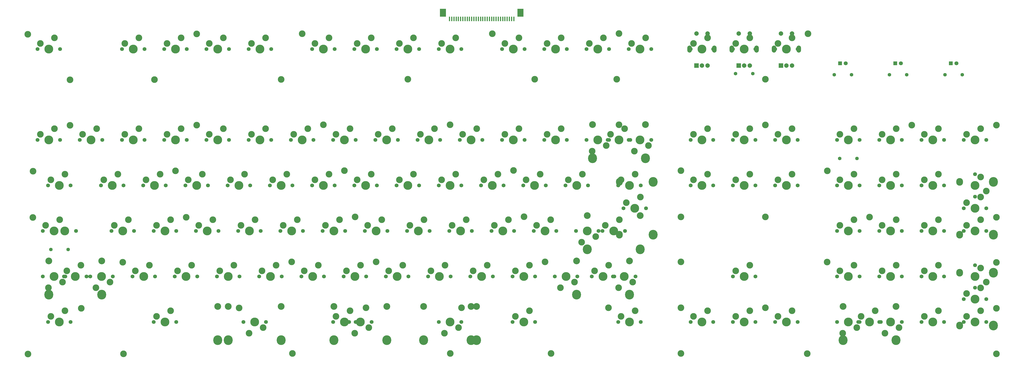
<source format=gts>
G04 #@! TF.GenerationSoftware,KiCad,Pcbnew,(6.0.1-0)*
G04 #@! TF.CreationDate,2023-03-21T08:52:12-07:00*
G04 #@! TF.ProjectId,pcb,7063622e-6b69-4636-9164-5f7063625858,rev?*
G04 #@! TF.SameCoordinates,Original*
G04 #@! TF.FileFunction,Soldermask,Top*
G04 #@! TF.FilePolarity,Negative*
%FSLAX46Y46*%
G04 Gerber Fmt 4.6, Leading zero omitted, Abs format (unit mm)*
G04 Created by KiCad (PCBNEW (6.0.1-0)) date 2023-03-21 08:52:12*
%MOMM*%
%LPD*%
G01*
G04 APERTURE LIST*
%ADD10C,3.987800*%
%ADD11C,1.750000*%
%ADD12C,3.000000*%
%ADD13C,1.600000*%
%ADD14R,1.800000X1.800000*%
%ADD15C,1.800000*%
%ADD16C,3.048000*%
%ADD17O,3.987800X4.387800*%
%ADD18O,2.000000X3.200000*%
%ADD19R,2.000000X2.000000*%
%ADD20C,2.000000*%
%ADD21O,3.048000X3.448000*%
%ADD22R,0.610000X2.000000*%
%ADD23R,2.680000X3.600000*%
G04 APERTURE END LIST*
D10*
X316706250Y-154200150D03*
D11*
X311626250Y-154200150D03*
D12*
X314166250Y-159280150D03*
D11*
X321786250Y-154200150D03*
D12*
X320516250Y-156740150D03*
D13*
X444150000Y-62992000D03*
X436350000Y-62992000D03*
D11*
X209867500Y-133640143D03*
D10*
X204787500Y-133640143D03*
D12*
X207327500Y-128560143D03*
D11*
X199707500Y-133640143D03*
D12*
X200977500Y-131100143D03*
X190500000Y-106330000D03*
X367023500Y-89980097D03*
D11*
X365753500Y-92520097D03*
X375913500Y-92520097D03*
D10*
X370833500Y-92520097D03*
D12*
X373373500Y-87440097D03*
X66680000Y-65300000D03*
D14*
X438975000Y-57900000D03*
D15*
X441515000Y-57900000D03*
D11*
X147320000Y-51400055D03*
D12*
X154940000Y-46320055D03*
D10*
X152400000Y-51400055D03*
D12*
X148590000Y-48860055D03*
D11*
X157480000Y-51400055D03*
D10*
X195262500Y-154200165D03*
D12*
X197802500Y-149120165D03*
D11*
X190182500Y-154200165D03*
X200342500Y-154200165D03*
D12*
X191452500Y-151660165D03*
D11*
X412737000Y-174760181D03*
X422897000Y-174760181D03*
D10*
X417817000Y-174760181D03*
D12*
X421627000Y-177300181D03*
X415277000Y-179840181D03*
X200190000Y-168330000D03*
D13*
X65876000Y-141986000D03*
X58076000Y-141986000D03*
D11*
X317023750Y-133640130D03*
D16*
X300005750Y-126655130D03*
D12*
X314483750Y-128560130D03*
D11*
X306863750Y-133640130D03*
D16*
X323881750Y-126655130D03*
D12*
X308133750Y-131100130D03*
D17*
X300005750Y-141895130D03*
D10*
X311943750Y-133640130D03*
D17*
X323881750Y-141895130D03*
D12*
X342260000Y-127280000D03*
X380360000Y-85690000D03*
D10*
X185737500Y-133640143D03*
D11*
X180657500Y-133640143D03*
D12*
X181927500Y-131100143D03*
D11*
X190817500Y-133640143D03*
D12*
X188277500Y-128560143D03*
D13*
X374733500Y-62484000D03*
X366933500Y-62484000D03*
D12*
X166690000Y-147640000D03*
D11*
X469887000Y-174760187D03*
D10*
X474967000Y-174760187D03*
D12*
X477507000Y-169680187D03*
D11*
X480047000Y-174760187D03*
D12*
X471157000Y-172220187D03*
D11*
X431787000Y-133640139D03*
D12*
X433057000Y-131100139D03*
D10*
X436867000Y-133640139D03*
D12*
X439407000Y-128560139D03*
D11*
X441947000Y-133640139D03*
D12*
X115252500Y-151660165D03*
D10*
X119062500Y-154200165D03*
D11*
X113982500Y-154200165D03*
D12*
X121602500Y-149120165D03*
D11*
X124142500Y-154200165D03*
D10*
X85725000Y-113080121D03*
D11*
X90805000Y-113080121D03*
D12*
X81915000Y-110540121D03*
D11*
X80645000Y-113080121D03*
D12*
X88265000Y-108000121D03*
X105727500Y-172220187D03*
D10*
X109537500Y-174760187D03*
D11*
X114617500Y-174760187D03*
D12*
X112077500Y-169680187D03*
D11*
X104457500Y-174760187D03*
D12*
X414007000Y-151660160D03*
X420357000Y-149120160D03*
D11*
X422897000Y-154200160D03*
D10*
X417817000Y-154200160D03*
D11*
X412737000Y-154200160D03*
X238442500Y-154200165D03*
X228282500Y-154200165D03*
D12*
X229552500Y-151660165D03*
X235902500Y-149120165D03*
D10*
X233362500Y-154200165D03*
D18*
X376433500Y-51400055D03*
X365233500Y-51400055D03*
D19*
X368333500Y-58900055D03*
D20*
X373333500Y-58900055D03*
X370833500Y-58900055D03*
X373333500Y-44400055D03*
X368333500Y-44400055D03*
D11*
X450837000Y-133640139D03*
D12*
X458457000Y-128560139D03*
D11*
X460997000Y-133640139D03*
D10*
X455917000Y-133640139D03*
D12*
X452107000Y-131100139D03*
X71596250Y-149120150D03*
D10*
X69056250Y-154200150D03*
D16*
X57118250Y-147215150D03*
D17*
X57118250Y-162455150D03*
D11*
X63976250Y-154200150D03*
X74136250Y-154200150D03*
D16*
X80994250Y-147215150D03*
D17*
X80994250Y-162455150D03*
D12*
X65246250Y-151660150D03*
X90870000Y-189180000D03*
X380360000Y-65090000D03*
X283700000Y-188980000D03*
D10*
X104775000Y-113080121D03*
D12*
X100965000Y-110540121D03*
X107315000Y-108000121D03*
D11*
X109855000Y-113080121D03*
X99695000Y-113080121D03*
D12*
X193040000Y-87440099D03*
X186690000Y-89980099D03*
D11*
X185420000Y-92520099D03*
X195580000Y-92520099D03*
D10*
X190500000Y-92520099D03*
D12*
X238210000Y-189010000D03*
D10*
X128587500Y-133640143D03*
D12*
X124777500Y-131100143D03*
D11*
X123507500Y-133640143D03*
X133667500Y-133640143D03*
D12*
X131127500Y-128560143D03*
X484610000Y-127460000D03*
D11*
X384803500Y-174760188D03*
X394963500Y-174760188D03*
D12*
X392423500Y-169680188D03*
D10*
X389883500Y-174760188D03*
D12*
X386073500Y-172220188D03*
X202565000Y-108000121D03*
D11*
X205105000Y-113080121D03*
D12*
X196215000Y-110540121D03*
D10*
X200025000Y-113080121D03*
D11*
X194945000Y-113080121D03*
D12*
X427350000Y-127400000D03*
X392423500Y-87440097D03*
D11*
X394963500Y-92520097D03*
D10*
X389883500Y-92520097D03*
D12*
X386073500Y-89980097D03*
D11*
X384803500Y-92520097D03*
D13*
X469210000Y-62992000D03*
X461410000Y-62992000D03*
D21*
X467982000Y-152542176D03*
D17*
X483222000Y-176418176D03*
X483222000Y-152542176D03*
D10*
X474967000Y-164480176D03*
D21*
X467982000Y-176418176D03*
D11*
X469887000Y-164480176D03*
D12*
X471157000Y-161940176D03*
X477507000Y-159400176D03*
D11*
X480047000Y-164480176D03*
D10*
X61912500Y-113080121D03*
D11*
X56832500Y-113080121D03*
D12*
X64452500Y-108000121D03*
X58102500Y-110540121D03*
D11*
X66992500Y-113080121D03*
D12*
X238130000Y-85660000D03*
D11*
X209232500Y-154200165D03*
D12*
X216852500Y-149120165D03*
D10*
X214312500Y-154200165D03*
D12*
X210502500Y-151660165D03*
D11*
X219392500Y-154200165D03*
D12*
X226377500Y-128560143D03*
D11*
X218757500Y-133640143D03*
X228917500Y-133640143D03*
D10*
X223837500Y-133640143D03*
D12*
X220027500Y-131100143D03*
X313320000Y-65040000D03*
X380360000Y-168380000D03*
X204800000Y-147580000D03*
X342260000Y-168330000D03*
X327660000Y-95060099D03*
D10*
X323850000Y-92520099D03*
D11*
X318770000Y-92520099D03*
X328930000Y-92520099D03*
D12*
X321310000Y-97600099D03*
D14*
X414065000Y-57880000D03*
D15*
X416605000Y-57880000D03*
D12*
X408280000Y-147700000D03*
D11*
X375913500Y-113080118D03*
X365753500Y-113080118D03*
D12*
X367023500Y-110540118D03*
D10*
X370833500Y-113080118D03*
D12*
X373373500Y-108000118D03*
X180980000Y-85670000D03*
D10*
X209550000Y-92520099D03*
D11*
X204470000Y-92520099D03*
D12*
X205740000Y-89980099D03*
X212090000Y-87440099D03*
D11*
X214630000Y-92520099D03*
D12*
X139065000Y-110540121D03*
D10*
X142875000Y-113080121D03*
D11*
X137795000Y-113080121D03*
D12*
X145415000Y-108000121D03*
D11*
X147955000Y-113080121D03*
D12*
X161970000Y-65120000D03*
X186690000Y-172220170D03*
X193040000Y-169680170D03*
D16*
X133350000Y-167775170D03*
D17*
X133350000Y-183015170D03*
D10*
X190500000Y-174760170D03*
D11*
X185420000Y-174760170D03*
X195580000Y-174760170D03*
D17*
X247650000Y-183015170D03*
D16*
X247650000Y-167775170D03*
D10*
X351783500Y-51400055D03*
D12*
X354323500Y-46320055D03*
D11*
X356863500Y-51400055D03*
D12*
X347973500Y-48860055D03*
D11*
X346703500Y-51400055D03*
X300355000Y-113080121D03*
X290195000Y-113080121D03*
D12*
X291465000Y-110540121D03*
D10*
X295275000Y-113080121D03*
D12*
X297815000Y-108000121D03*
D11*
X314007500Y-174760187D03*
D12*
X321627500Y-169680187D03*
D10*
X319087500Y-174760187D03*
D11*
X324167500Y-174760187D03*
D12*
X315277500Y-172220187D03*
D11*
X138430000Y-51400055D03*
D12*
X129540000Y-48860055D03*
D10*
X133350000Y-51400055D03*
D12*
X135890000Y-46320055D03*
D11*
X128270000Y-51400055D03*
D12*
X269240000Y-87440099D03*
X262890000Y-89980099D03*
D11*
X261620000Y-92520099D03*
D10*
X266700000Y-92520099D03*
D11*
X271780000Y-92520099D03*
D12*
X484610000Y-189200000D03*
X171460000Y-44480000D03*
D11*
X375913500Y-154200167D03*
D10*
X370833500Y-154200167D03*
D12*
X373373500Y-149120167D03*
D11*
X365753500Y-154200167D03*
D12*
X367023500Y-151660167D03*
D11*
X266382500Y-174760187D03*
D12*
X267652500Y-172220187D03*
D11*
X276542500Y-174760187D03*
D12*
X274002500Y-169680187D03*
D10*
X271462500Y-174760187D03*
D12*
X297497500Y-138720143D03*
D11*
X294957500Y-133640143D03*
D10*
X300037500Y-133640143D03*
D12*
X303847500Y-136180143D03*
D11*
X305117500Y-133640143D03*
X171767500Y-133640143D03*
D10*
X166687500Y-133640143D03*
D12*
X169227500Y-128560143D03*
X162877500Y-131100143D03*
D11*
X161607500Y-133640143D03*
D12*
X119070000Y-127420000D03*
X114310000Y-106470000D03*
X414007000Y-110540118D03*
D11*
X422897000Y-113080118D03*
D12*
X420357000Y-108000118D03*
D10*
X417817000Y-113080118D03*
D11*
X412737000Y-113080118D03*
D10*
X123825000Y-113080121D03*
D12*
X126365000Y-108000121D03*
D11*
X128905000Y-113080121D03*
D12*
X120015000Y-110540121D03*
D11*
X118745000Y-113080121D03*
D12*
X452107000Y-89980097D03*
D11*
X450837000Y-92520097D03*
D10*
X455917000Y-92520097D03*
D12*
X458457000Y-87440097D03*
D11*
X460997000Y-92520097D03*
X299720000Y-51400055D03*
D10*
X304800000Y-51400055D03*
D12*
X307340000Y-46320055D03*
D11*
X309880000Y-51400055D03*
D12*
X300990000Y-48860055D03*
X281940000Y-48860055D03*
D10*
X285750000Y-51400055D03*
D11*
X280670000Y-51400055D03*
D12*
X288290000Y-46320055D03*
D11*
X290830000Y-51400055D03*
X474967000Y-149120160D03*
D12*
X477507000Y-150390160D03*
D10*
X474967000Y-154200160D03*
D11*
X474967000Y-159280160D03*
D12*
X480047000Y-156740160D03*
D17*
X138080750Y-183015170D03*
D12*
X153828750Y-177300170D03*
D11*
X155098750Y-174760170D03*
D17*
X161956750Y-183015170D03*
D16*
X161956750Y-167775170D03*
X138080750Y-167775170D03*
D11*
X144938750Y-174760170D03*
D10*
X150018750Y-174760170D03*
D12*
X147478750Y-179840170D03*
X446390000Y-85800000D03*
D14*
X464035000Y-57900000D03*
D15*
X466575000Y-57900000D03*
D12*
X47620000Y-44730000D03*
D11*
X194945000Y-51400055D03*
D10*
X200025000Y-51400055D03*
D12*
X196215000Y-48860055D03*
X202565000Y-46320055D03*
D11*
X205105000Y-51400055D03*
X138430000Y-92520099D03*
D10*
X133350000Y-92520099D03*
D12*
X129540000Y-89980099D03*
D11*
X128270000Y-92520099D03*
D12*
X135890000Y-87440099D03*
X314350000Y-44430000D03*
D11*
X450837000Y-113080118D03*
D12*
X458457000Y-108000118D03*
D10*
X455917000Y-113080118D03*
D12*
X452107000Y-110540118D03*
D11*
X460997000Y-113080118D03*
D10*
X228600000Y-92520099D03*
D12*
X224790000Y-89980099D03*
X231140000Y-87440099D03*
D11*
X233680000Y-92520099D03*
X223520000Y-92520099D03*
D12*
X90490000Y-147810000D03*
D21*
X467982000Y-111422132D03*
D11*
X480047000Y-123360132D03*
D17*
X483222000Y-135298132D03*
D11*
X469887000Y-123360132D03*
D12*
X477507000Y-118280132D03*
X471157000Y-120820132D03*
D10*
X474967000Y-123360132D03*
D17*
X483222000Y-111422132D03*
D21*
X467982000Y-135298132D03*
D12*
X414007000Y-131100139D03*
X420357000Y-128560139D03*
D11*
X412737000Y-133640139D03*
D10*
X417817000Y-133640139D03*
D11*
X422897000Y-133640139D03*
X267017500Y-133640143D03*
D12*
X258127500Y-131100143D03*
X264477500Y-128560143D03*
D10*
X261937500Y-133640143D03*
D11*
X256857500Y-133640143D03*
D12*
X303371250Y-151660150D03*
D16*
X319119250Y-147215150D03*
D10*
X307181250Y-154200150D03*
D17*
X295243250Y-162455150D03*
X319119250Y-162455150D03*
D11*
X302101250Y-154200150D03*
D12*
X309721250Y-149120150D03*
D16*
X295243250Y-147215150D03*
D11*
X312261250Y-154200150D03*
D12*
X84772500Y-156740165D03*
D11*
X86042500Y-154200165D03*
D12*
X78422500Y-159280165D03*
D11*
X75882500Y-154200165D03*
D10*
X80962500Y-154200165D03*
D12*
X484610000Y-147830000D03*
D11*
X356863500Y-92520097D03*
D12*
X347973500Y-89980097D03*
X354323500Y-87440097D03*
D11*
X346703500Y-92520097D03*
D10*
X351783500Y-92520097D03*
D12*
X215265000Y-48860055D03*
X221615000Y-46320055D03*
D11*
X213995000Y-51400055D03*
D10*
X219075000Y-51400055D03*
D11*
X224155000Y-51400055D03*
D17*
X185705750Y-183015170D03*
D11*
X192563750Y-174760170D03*
D12*
X195103750Y-179840170D03*
D16*
X185705750Y-167775170D03*
D17*
X209581750Y-183015170D03*
D12*
X201453750Y-177300170D03*
D11*
X202723750Y-174760170D03*
D10*
X197643750Y-174760170D03*
D16*
X209581750Y-167775170D03*
D12*
X123820000Y-44560000D03*
X440677000Y-177300181D03*
X434327000Y-179840181D03*
D11*
X431787000Y-174760181D03*
D10*
X436867000Y-174760181D03*
D11*
X441947000Y-174760181D03*
D13*
X421717000Y-100838000D03*
X413917000Y-100838000D03*
D12*
X399300000Y-189070000D03*
D10*
X290512500Y-154200150D03*
D12*
X294322500Y-156740150D03*
D11*
X295592500Y-154200150D03*
X285432500Y-154200150D03*
D12*
X287972500Y-159280150D03*
X97790000Y-46320055D03*
D11*
X100330000Y-51400055D03*
X90170000Y-51400055D03*
D10*
X95250000Y-51400055D03*
D12*
X91440000Y-48860055D03*
X47730000Y-189240000D03*
D11*
X162242500Y-154200165D03*
D12*
X159702500Y-149120165D03*
D10*
X157162500Y-154200165D03*
D11*
X152082500Y-154200165D03*
D12*
X153352500Y-151660165D03*
D18*
X346183500Y-51400055D03*
X357383500Y-51400055D03*
D19*
X349283500Y-58900055D03*
D20*
X354283500Y-58900055D03*
X351783500Y-58900055D03*
X354283500Y-44400055D03*
X349283500Y-44400055D03*
D22*
X266912500Y-37780035D03*
X265912500Y-37780035D03*
X264912500Y-37780035D03*
X263912500Y-37780035D03*
X262912500Y-37780035D03*
X261912500Y-37780035D03*
X260912500Y-37780035D03*
X259912500Y-37780035D03*
X258912500Y-37780035D03*
X257912500Y-37780035D03*
X256912500Y-37780035D03*
X255912500Y-37780035D03*
X254912500Y-37780035D03*
X253912500Y-37780035D03*
X252912500Y-37780035D03*
X251912500Y-37780035D03*
X250912500Y-37780035D03*
X249912500Y-37780035D03*
X248912500Y-37780035D03*
X247912500Y-37780035D03*
X246912500Y-37780035D03*
X245912500Y-37780035D03*
X244912500Y-37780035D03*
X243912500Y-37780035D03*
X242912500Y-37780035D03*
X241912500Y-37780035D03*
X240912500Y-37780035D03*
X239912500Y-37780035D03*
X238912500Y-37780035D03*
X237912500Y-37780035D03*
D23*
X234922500Y-34980035D03*
X269902500Y-34980035D03*
D12*
X142960000Y-168420000D03*
D13*
X419240000Y-62992000D03*
X411440000Y-62992000D03*
D11*
X480047000Y-133640139D03*
D12*
X477507000Y-128560139D03*
D11*
X469887000Y-133640139D03*
D12*
X471157000Y-131100139D03*
D10*
X474967000Y-133640139D03*
D12*
X342260000Y-188990000D03*
X281010000Y-147630000D03*
D10*
X238125000Y-113080121D03*
D12*
X234315000Y-110540121D03*
D11*
X233045000Y-113080121D03*
D12*
X240665000Y-108000121D03*
D11*
X243205000Y-113080121D03*
D12*
X63341250Y-156740165D03*
D11*
X54451250Y-154200165D03*
D10*
X59531250Y-154200165D03*
D11*
X64611250Y-154200165D03*
D12*
X56991250Y-159280165D03*
D11*
X109220000Y-51400055D03*
D10*
X114300000Y-51400055D03*
D12*
X110490000Y-48860055D03*
D11*
X119380000Y-51400055D03*
D12*
X116840000Y-46320055D03*
D11*
X157480000Y-92520099D03*
D10*
X152400000Y-92520099D03*
D11*
X147320000Y-92520099D03*
D12*
X154940000Y-87440099D03*
X148590000Y-89980099D03*
X49990000Y-106590000D03*
D10*
X389883500Y-51400055D03*
D11*
X384803500Y-51400055D03*
D12*
X386073500Y-48860055D03*
X392423500Y-46320055D03*
D11*
X394963500Y-51400055D03*
D16*
X250063000Y-167775170D03*
D11*
X243205000Y-174760170D03*
D16*
X226187000Y-167775170D03*
D12*
X235585000Y-179840170D03*
D11*
X233045000Y-174760170D03*
D10*
X238125000Y-174760170D03*
D12*
X241935000Y-177300170D03*
D17*
X250063000Y-183015170D03*
X226187000Y-183015170D03*
D11*
X119380000Y-92520099D03*
D10*
X114300000Y-92520099D03*
D12*
X110490000Y-89980099D03*
X116840000Y-87440099D03*
D11*
X109220000Y-92520099D03*
D12*
X484610000Y-85840000D03*
X240665000Y-46320055D03*
D11*
X243205000Y-51400055D03*
X233045000Y-51400055D03*
D12*
X234315000Y-48860055D03*
D10*
X238125000Y-51400055D03*
X436867000Y-92520097D03*
D12*
X439407000Y-87440097D03*
D11*
X441947000Y-92520097D03*
X431787000Y-92520097D03*
D12*
X433057000Y-89980097D03*
D11*
X290830000Y-92520099D03*
D12*
X281940000Y-89980099D03*
D10*
X285750000Y-92520099D03*
D12*
X288290000Y-87440099D03*
D11*
X280670000Y-92520099D03*
D12*
X399630000Y-44480000D03*
D11*
X394963500Y-113080118D03*
D10*
X389883500Y-113080118D03*
D12*
X392423500Y-108000118D03*
D11*
X384803500Y-113080118D03*
D12*
X386073500Y-110540118D03*
X309580000Y-168330000D03*
D11*
X104457500Y-133640143D03*
D12*
X105727500Y-131100143D03*
D10*
X109537500Y-133640143D03*
D12*
X112077500Y-128560143D03*
D11*
X114617500Y-133640143D03*
D12*
X123830000Y-85790000D03*
X408300000Y-106420000D03*
D11*
X271145000Y-113080121D03*
D12*
X278765000Y-108000121D03*
D10*
X276225000Y-113080121D03*
D12*
X272415000Y-110540121D03*
D11*
X281305000Y-113080121D03*
X441947000Y-113080118D03*
X431787000Y-113080118D03*
D12*
X439407000Y-108000118D03*
X433057000Y-110540118D03*
D10*
X436867000Y-113080118D03*
X455917000Y-154200160D03*
D11*
X460997000Y-154200160D03*
D12*
X452107000Y-151660160D03*
D11*
X450837000Y-154200160D03*
D12*
X458457000Y-149120160D03*
D11*
X52070000Y-92520097D03*
D12*
X59690000Y-87440097D03*
D10*
X57150000Y-92520097D03*
D12*
X53340000Y-89980097D03*
D11*
X62230000Y-92520097D03*
D10*
X351783500Y-113080118D03*
D11*
X356863500Y-113080118D03*
D12*
X347973500Y-110540118D03*
X354323500Y-108000118D03*
D11*
X346703500Y-113080118D03*
D12*
X423532000Y-172220181D03*
D11*
X422262000Y-174760181D03*
D16*
X439280000Y-167775181D03*
X415404000Y-167775181D03*
D12*
X429882000Y-169680181D03*
D10*
X427342000Y-174760181D03*
D17*
X439280000Y-183015181D03*
D11*
X432422000Y-174760181D03*
D17*
X415404000Y-183015181D03*
D11*
X441947000Y-154200160D03*
X431787000Y-154200160D03*
D12*
X439407000Y-149120160D03*
D10*
X436867000Y-154200160D03*
D12*
X433057000Y-151660160D03*
X96202500Y-151660165D03*
D11*
X105092500Y-154200165D03*
D12*
X102552500Y-149120165D03*
D10*
X100012500Y-154200165D03*
D11*
X94932500Y-154200165D03*
D12*
X150177500Y-128560143D03*
D11*
X152717500Y-133640143D03*
X142557500Y-133640143D03*
D10*
X147637500Y-133640143D03*
D12*
X143827500Y-131100143D03*
D11*
X356863500Y-174760188D03*
X346703500Y-174760188D03*
D12*
X354323500Y-169680188D03*
X347973500Y-172220188D03*
D10*
X351783500Y-174760188D03*
X474967000Y-113080110D03*
D11*
X474967000Y-118160110D03*
D12*
X480047000Y-115620110D03*
X477507000Y-109270110D03*
D11*
X474967000Y-108000110D03*
D10*
X370833500Y-174760188D03*
D11*
X365753500Y-174760188D03*
X375913500Y-174760188D03*
D12*
X373373500Y-169680188D03*
X367023500Y-172220188D03*
D11*
X175895000Y-113080121D03*
D12*
X183515000Y-108000121D03*
D10*
X180975000Y-113080121D03*
D12*
X177165000Y-110540121D03*
D11*
X186055000Y-113080121D03*
D12*
X219120000Y-65050000D03*
D11*
X309880000Y-92520090D03*
D10*
X304800000Y-92520090D03*
D11*
X299720000Y-92520090D03*
D12*
X302260000Y-97600090D03*
X308610000Y-95060090D03*
X342260000Y-147600000D03*
D18*
X384283500Y-51400055D03*
X395483500Y-51400055D03*
D19*
X387383500Y-58900055D03*
D20*
X392383500Y-58900055D03*
X389883500Y-58900055D03*
X392383500Y-44400055D03*
X387383500Y-44400055D03*
D11*
X257492500Y-154200165D03*
D10*
X252412500Y-154200165D03*
D12*
X248602500Y-151660165D03*
X254952500Y-149120165D03*
D11*
X247332500Y-154200165D03*
X469887000Y-92520097D03*
D10*
X474967000Y-92520097D03*
D12*
X477507000Y-87440097D03*
X471157000Y-89980097D03*
D11*
X480047000Y-92520097D03*
D12*
X257190000Y-44450000D03*
X134302500Y-151660165D03*
D11*
X133032500Y-154200165D03*
X143192500Y-154200165D03*
D10*
X138112500Y-154200165D03*
D12*
X140652500Y-149120165D03*
D11*
X460997000Y-174760187D03*
D10*
X455917000Y-174760187D03*
D12*
X452107000Y-172220187D03*
D11*
X450837000Y-174760187D03*
D12*
X458457000Y-169680187D03*
X342260000Y-106340000D03*
X167070000Y-189010000D03*
D11*
X314007500Y-113080121D03*
D12*
X321627500Y-108000121D03*
X315277500Y-110540121D03*
D10*
X319087500Y-113080121D03*
D11*
X324167500Y-113080121D03*
D12*
X243290000Y-168340000D03*
X178752500Y-149120165D03*
D11*
X171132500Y-154200165D03*
D12*
X172402500Y-151660165D03*
D10*
X176212500Y-154200165D03*
D11*
X181292500Y-154200165D03*
D12*
X484610000Y-168580000D03*
D11*
X261620000Y-51400055D03*
D12*
X262890000Y-48860055D03*
X269240000Y-46320055D03*
D11*
X271780000Y-51400055D03*
D10*
X266700000Y-51400055D03*
D12*
X317658750Y-120820120D03*
D21*
X314483750Y-111422120D03*
D12*
X324008750Y-118280120D03*
D17*
X329723750Y-111422120D03*
X329723750Y-135298120D03*
D11*
X316388750Y-123360120D03*
X326548750Y-123360120D03*
D10*
X321468750Y-123360120D03*
D21*
X314483750Y-135298120D03*
D10*
X271462500Y-154200165D03*
D11*
X276542500Y-154200165D03*
X266382500Y-154200165D03*
D12*
X274002500Y-149120165D03*
X267652500Y-151660165D03*
X195270000Y-127260000D03*
D10*
X64293750Y-133640130D03*
D11*
X69373750Y-133640130D03*
X59213750Y-133640130D03*
D12*
X271470000Y-127240000D03*
D10*
X370833500Y-51400055D03*
D11*
X365753500Y-51400055D03*
X375913500Y-51400055D03*
D12*
X373373500Y-46320055D03*
X367023500Y-48860055D03*
X49970000Y-127500000D03*
X173990000Y-87440099D03*
D10*
X171450000Y-92520099D03*
D11*
X176530000Y-92520099D03*
D12*
X167640000Y-89980099D03*
D11*
X166370000Y-92520099D03*
X90170000Y-92520099D03*
D10*
X95250000Y-92520099D03*
D11*
X100330000Y-92520099D03*
D12*
X91440000Y-89980099D03*
X97790000Y-87440099D03*
D10*
X59531250Y-133640130D03*
D11*
X54451250Y-133640130D03*
X64611250Y-133640130D03*
D12*
X62071250Y-128560130D03*
X55721250Y-131100130D03*
D10*
X76200000Y-92520099D03*
D11*
X81280000Y-92520099D03*
D12*
X72390000Y-89980099D03*
X78740000Y-87440099D03*
D11*
X71120000Y-92520099D03*
D12*
X326390000Y-46320055D03*
D11*
X328930000Y-51400055D03*
X318770000Y-51400055D03*
D10*
X323850000Y-51400055D03*
D12*
X320040000Y-48860055D03*
X380360000Y-127300000D03*
D11*
X85407500Y-133640143D03*
D10*
X90487500Y-133640143D03*
D11*
X95567500Y-133640143D03*
D12*
X93027500Y-128560143D03*
X86677500Y-131100143D03*
X66680000Y-85890000D03*
X266750000Y-106310000D03*
X276310000Y-65040000D03*
X314340000Y-85650000D03*
D10*
X219075000Y-113080121D03*
D12*
X221615000Y-108000121D03*
X215265000Y-110540121D03*
D11*
X224155000Y-113080121D03*
X213995000Y-113080121D03*
D12*
X158115000Y-110540121D03*
D11*
X167005000Y-113080121D03*
D12*
X164465000Y-108000121D03*
D10*
X161925000Y-113080121D03*
D11*
X156845000Y-113080121D03*
X252730000Y-92520099D03*
D12*
X250190000Y-87440099D03*
X243840000Y-89980099D03*
D11*
X242570000Y-92520099D03*
D10*
X247650000Y-92520099D03*
X417817000Y-92520097D03*
D12*
X414007000Y-89980097D03*
D11*
X412737000Y-92520097D03*
X422897000Y-92520097D03*
D12*
X420357000Y-87440097D03*
X283527500Y-128560143D03*
X277177500Y-131100143D03*
D11*
X275907500Y-133640143D03*
X286067500Y-133640143D03*
D10*
X280987500Y-133640143D03*
D16*
X326263000Y-85535090D03*
D11*
X319405000Y-92520090D03*
D10*
X314325000Y-92520090D03*
D17*
X326263000Y-100775090D03*
D16*
X302387000Y-85535090D03*
D12*
X310515000Y-89980090D03*
D11*
X309245000Y-92520090D03*
D17*
X302387000Y-100775090D03*
D12*
X316865000Y-87440090D03*
D11*
X62230000Y-51400055D03*
D12*
X53340000Y-48860055D03*
D11*
X52070000Y-51400055D03*
D10*
X57150000Y-51400055D03*
D12*
X59690000Y-46320055D03*
D11*
X237807500Y-133640143D03*
D12*
X245427500Y-128560143D03*
D11*
X247967500Y-133640143D03*
D10*
X242887500Y-133640143D03*
D12*
X239077500Y-131100143D03*
D10*
X257175000Y-113080121D03*
D11*
X262255000Y-113080121D03*
D12*
X259715000Y-108000121D03*
D11*
X252095000Y-113080121D03*
D12*
X253365000Y-110540121D03*
X71780000Y-168560000D03*
D11*
X56832500Y-174760187D03*
D10*
X61912500Y-174760187D03*
D12*
X64452500Y-169680187D03*
X58102500Y-172220187D03*
D11*
X66992500Y-174760187D03*
X175895000Y-51400055D03*
D12*
X177165000Y-48860055D03*
X183515000Y-46320055D03*
D10*
X180975000Y-51400055D03*
D11*
X186055000Y-51400055D03*
D12*
X104790000Y-65230000D03*
M02*

</source>
